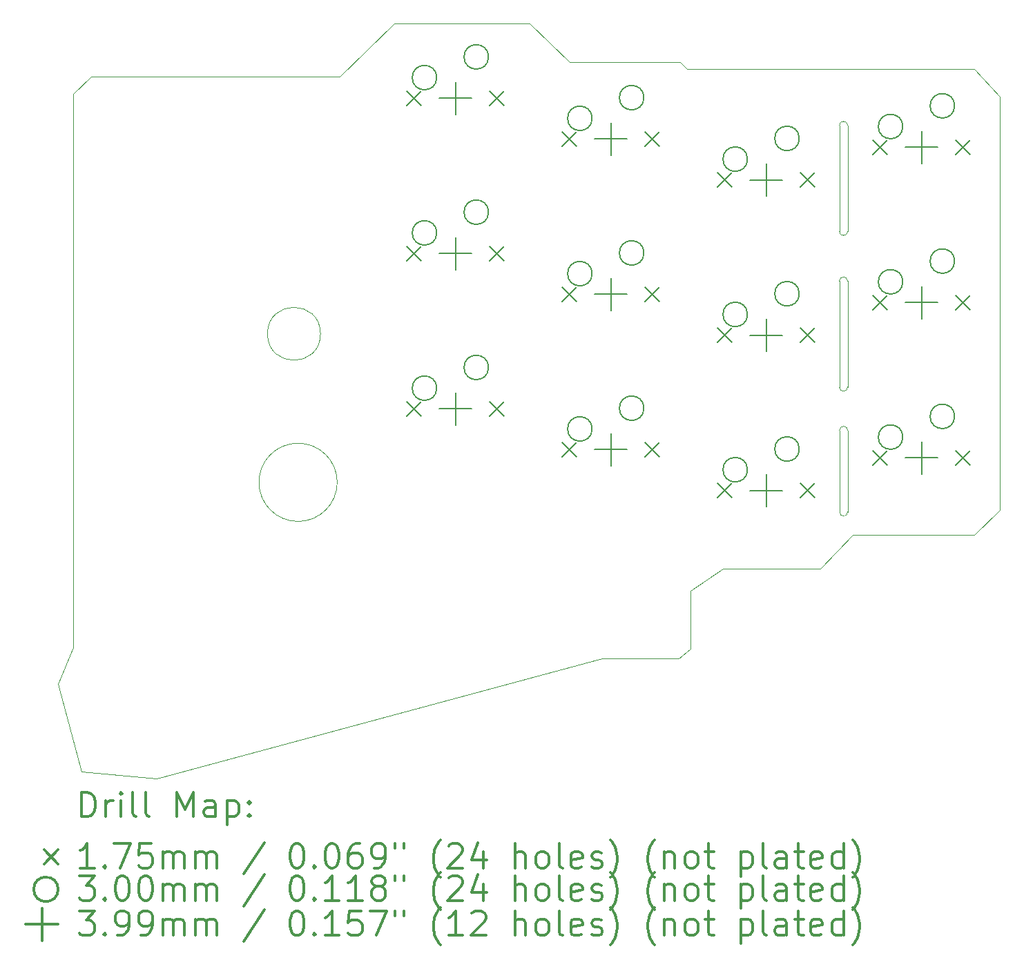
<source format=gbr>
%FSLAX45Y45*%
G04 Gerber Fmt 4.5, Leading zero omitted, Abs format (unit mm)*
G04 Created by KiCad (PCBNEW (5.1.4)-1) date 2023-06-17 18:30:55*
%MOMM*%
%LPD*%
G04 APERTURE LIST*
%ADD10C,0.050000*%
%ADD11C,0.200000*%
%ADD12C,0.300000*%
G04 APERTURE END LIST*
D10*
X18421203Y-51616032D02*
X15371203Y-51616032D01*
X15258251Y-60144663D02*
X14970438Y-59068483D01*
X15258251Y-60144663D02*
X16180391Y-60230918D01*
X15150249Y-58623435D02*
X14970438Y-59068483D01*
X24731202Y-57241032D02*
X24711202Y-57241032D01*
X26511202Y-56941032D02*
X26201202Y-57241032D01*
X15152190Y-51830639D02*
X15371203Y-51616032D01*
X24650000Y-55960000D02*
X24650000Y-56960000D01*
X22721202Y-57931032D02*
X23121202Y-57656032D01*
X22861202Y-51526032D02*
X22681202Y-51526032D01*
X22721202Y-58641032D02*
X22721202Y-57931032D01*
X24548000Y-52218000D02*
G75*
G02X24648000Y-52218000I50000J0D01*
G01*
X26201202Y-51526032D02*
X22861202Y-51526032D01*
X21661203Y-58761032D02*
X21641203Y-58761032D01*
X24548000Y-52218000D02*
X24548000Y-53520000D01*
X24548000Y-54128000D02*
X24548000Y-55430000D01*
X21641203Y-58761032D02*
X16180391Y-60230918D01*
X18390000Y-56597000D02*
G75*
G03X18390000Y-56597000I-480000J0D01*
G01*
X24316202Y-57656032D02*
X23121202Y-57656032D01*
X22596202Y-51441032D02*
X22681202Y-51526032D01*
X24911202Y-57241032D02*
X26201202Y-57241032D01*
X24648000Y-53520000D02*
G75*
G02X24548000Y-53520000I-50000J0D01*
G01*
X24648000Y-54128000D02*
X24648000Y-55430000D01*
X24550000Y-55960000D02*
X24550000Y-56960000D01*
X26511202Y-51866032D02*
X26511202Y-56941032D01*
X24550000Y-55960000D02*
G75*
G02X24650000Y-55960000I50000J0D01*
G01*
X18185000Y-54775000D02*
G75*
G03X18185000Y-54775000I-325000J0D01*
G01*
X19091203Y-50966032D02*
X18421203Y-51616032D01*
X26201202Y-51526032D02*
X26511202Y-51866032D01*
X24648000Y-52218000D02*
X24648000Y-53520000D01*
X24731202Y-57241032D02*
X24911202Y-57241032D01*
X24650000Y-56960000D02*
G75*
G02X24550000Y-56960000I-50000J0D01*
G01*
X24648000Y-55430000D02*
G75*
G02X24548000Y-55430000I-50000J0D01*
G01*
X15150249Y-58623435D02*
X15152190Y-51830639D01*
X19091203Y-50966032D02*
X20746203Y-50966032D01*
X21661203Y-58761032D02*
X22581202Y-58761032D01*
X24316202Y-57656032D02*
X24711202Y-57241032D01*
X22721202Y-58641032D02*
X22581202Y-58761032D01*
X21241203Y-51441032D02*
X22596202Y-51441032D01*
X21241203Y-51441032D02*
X20746203Y-50966032D01*
X24548000Y-54128000D02*
G75*
G02X24648000Y-54128000I50000J0D01*
G01*
D11*
X21150703Y-56108532D02*
X21325703Y-56283532D01*
X21325703Y-56108532D02*
X21150703Y-56283532D01*
X22166703Y-56108532D02*
X22341703Y-56283532D01*
X22341703Y-56108532D02*
X22166703Y-56283532D01*
X19245703Y-55608532D02*
X19420703Y-55783532D01*
X19420703Y-55608532D02*
X19245703Y-55783532D01*
X20261703Y-55608532D02*
X20436703Y-55783532D01*
X20436703Y-55608532D02*
X20261703Y-55783532D01*
X23055702Y-52798532D02*
X23230702Y-52973532D01*
X23230702Y-52798532D02*
X23055702Y-52973532D01*
X24071702Y-52798532D02*
X24246702Y-52973532D01*
X24246702Y-52798532D02*
X24071702Y-52973532D01*
X19245703Y-51798532D02*
X19420703Y-51973532D01*
X19420703Y-51798532D02*
X19245703Y-51973532D01*
X20261703Y-51798532D02*
X20436703Y-51973532D01*
X20436703Y-51798532D02*
X20261703Y-51973532D01*
X23055702Y-56608532D02*
X23230702Y-56783532D01*
X23230702Y-56608532D02*
X23055702Y-56783532D01*
X24071702Y-56608532D02*
X24246702Y-56783532D01*
X24246702Y-56608532D02*
X24071702Y-56783532D01*
X21150703Y-54203532D02*
X21325703Y-54378532D01*
X21325703Y-54203532D02*
X21150703Y-54378532D01*
X22166703Y-54203532D02*
X22341703Y-54378532D01*
X22341703Y-54203532D02*
X22166703Y-54378532D01*
X24960702Y-56208532D02*
X25135702Y-56383532D01*
X25135702Y-56208532D02*
X24960702Y-56383532D01*
X25976702Y-56208532D02*
X26151702Y-56383532D01*
X26151702Y-56208532D02*
X25976702Y-56383532D01*
X21150703Y-52298532D02*
X21325703Y-52473532D01*
X21325703Y-52298532D02*
X21150703Y-52473532D01*
X22166703Y-52298532D02*
X22341703Y-52473532D01*
X22341703Y-52298532D02*
X22166703Y-52473532D01*
X24960702Y-52398532D02*
X25135702Y-52573532D01*
X25135702Y-52398532D02*
X24960702Y-52573532D01*
X25976702Y-52398532D02*
X26151702Y-52573532D01*
X26151702Y-52398532D02*
X25976702Y-52573532D01*
X19245703Y-53703532D02*
X19420703Y-53878532D01*
X19420703Y-53703532D02*
X19245703Y-53878532D01*
X20261703Y-53703532D02*
X20436703Y-53878532D01*
X20436703Y-53703532D02*
X20261703Y-53878532D01*
X23055703Y-54703532D02*
X23230703Y-54878532D01*
X23230703Y-54703532D02*
X23055703Y-54878532D01*
X24071703Y-54703532D02*
X24246703Y-54878532D01*
X24246703Y-54703532D02*
X24071703Y-54878532D01*
X24960702Y-54303532D02*
X25135702Y-54478532D01*
X25135702Y-54303532D02*
X24960702Y-54478532D01*
X25976702Y-54303532D02*
X26151702Y-54478532D01*
X26151702Y-54303532D02*
X25976702Y-54478532D01*
X19610203Y-51632032D02*
G75*
G03X19610203Y-51632032I-150000J0D01*
G01*
X20245203Y-51378032D02*
G75*
G03X20245203Y-51378032I-150000J0D01*
G01*
X23420202Y-56442032D02*
G75*
G03X23420202Y-56442032I-150000J0D01*
G01*
X24055202Y-56188032D02*
G75*
G03X24055202Y-56188032I-150000J0D01*
G01*
X21515203Y-54037032D02*
G75*
G03X21515203Y-54037032I-150000J0D01*
G01*
X22150203Y-53783032D02*
G75*
G03X22150203Y-53783032I-150000J0D01*
G01*
X25325202Y-56042032D02*
G75*
G03X25325202Y-56042032I-150000J0D01*
G01*
X25960202Y-55788032D02*
G75*
G03X25960202Y-55788032I-150000J0D01*
G01*
X21515203Y-52132032D02*
G75*
G03X21515203Y-52132032I-150000J0D01*
G01*
X22150203Y-51878032D02*
G75*
G03X22150203Y-51878032I-150000J0D01*
G01*
X25325202Y-52232032D02*
G75*
G03X25325202Y-52232032I-150000J0D01*
G01*
X25960202Y-51978032D02*
G75*
G03X25960202Y-51978032I-150000J0D01*
G01*
X19610203Y-53537032D02*
G75*
G03X19610203Y-53537032I-150000J0D01*
G01*
X20245203Y-53283032D02*
G75*
G03X20245203Y-53283032I-150000J0D01*
G01*
X23420203Y-54537032D02*
G75*
G03X23420203Y-54537032I-150000J0D01*
G01*
X24055203Y-54283032D02*
G75*
G03X24055203Y-54283032I-150000J0D01*
G01*
X25325202Y-54137032D02*
G75*
G03X25325202Y-54137032I-150000J0D01*
G01*
X25960202Y-53883032D02*
G75*
G03X25960202Y-53883032I-150000J0D01*
G01*
X21515203Y-55942032D02*
G75*
G03X21515203Y-55942032I-150000J0D01*
G01*
X22150203Y-55688032D02*
G75*
G03X22150203Y-55688032I-150000J0D01*
G01*
X19610203Y-55442032D02*
G75*
G03X19610203Y-55442032I-150000J0D01*
G01*
X20245203Y-55188032D02*
G75*
G03X20245203Y-55188032I-150000J0D01*
G01*
X23420202Y-52632032D02*
G75*
G03X23420202Y-52632032I-150000J0D01*
G01*
X24055202Y-52378032D02*
G75*
G03X24055202Y-52378032I-150000J0D01*
G01*
X21746203Y-54091642D02*
X21746203Y-54490422D01*
X21546813Y-54291032D02*
X21945593Y-54291032D01*
X25556202Y-56096642D02*
X25556202Y-56495422D01*
X25356812Y-56296032D02*
X25755592Y-56296032D01*
X19841203Y-53591642D02*
X19841203Y-53990422D01*
X19641813Y-53791032D02*
X20040593Y-53791032D01*
X23651203Y-54591642D02*
X23651203Y-54990422D01*
X23451813Y-54791032D02*
X23850593Y-54791032D01*
X25556202Y-54191642D02*
X25556202Y-54590422D01*
X25356812Y-54391032D02*
X25755592Y-54391032D01*
X21746203Y-55996642D02*
X21746203Y-56395422D01*
X21546813Y-56196032D02*
X21945593Y-56196032D01*
X19841203Y-55496642D02*
X19841203Y-55895422D01*
X19641813Y-55696032D02*
X20040593Y-55696032D01*
X23651202Y-52686642D02*
X23651202Y-53085422D01*
X23451812Y-52886032D02*
X23850592Y-52886032D01*
X19841203Y-51686642D02*
X19841203Y-52085422D01*
X19641813Y-51886032D02*
X20040593Y-51886032D01*
X23651202Y-56496642D02*
X23651202Y-56895422D01*
X23451812Y-56696032D02*
X23850592Y-56696032D01*
X21746203Y-52186642D02*
X21746203Y-52585422D01*
X21546813Y-52386032D02*
X21945593Y-52386032D01*
X25556202Y-52286642D02*
X25556202Y-52685422D01*
X25356812Y-52486032D02*
X25755592Y-52486032D01*
D12*
X15254366Y-60699133D02*
X15254366Y-60399133D01*
X15325795Y-60399133D01*
X15368652Y-60413419D01*
X15397223Y-60441990D01*
X15411509Y-60470561D01*
X15425795Y-60527704D01*
X15425795Y-60570561D01*
X15411509Y-60627704D01*
X15397223Y-60656276D01*
X15368652Y-60684847D01*
X15325795Y-60699133D01*
X15254366Y-60699133D01*
X15554366Y-60699133D02*
X15554366Y-60499133D01*
X15554366Y-60556276D02*
X15568652Y-60527704D01*
X15582938Y-60513419D01*
X15611509Y-60499133D01*
X15640080Y-60499133D01*
X15740080Y-60699133D02*
X15740080Y-60499133D01*
X15740080Y-60399133D02*
X15725795Y-60413419D01*
X15740080Y-60427704D01*
X15754366Y-60413419D01*
X15740080Y-60399133D01*
X15740080Y-60427704D01*
X15925795Y-60699133D02*
X15897223Y-60684847D01*
X15882938Y-60656276D01*
X15882938Y-60399133D01*
X16082938Y-60699133D02*
X16054366Y-60684847D01*
X16040080Y-60656276D01*
X16040080Y-60399133D01*
X16425795Y-60699133D02*
X16425795Y-60399133D01*
X16525795Y-60613419D01*
X16625795Y-60399133D01*
X16625795Y-60699133D01*
X16897223Y-60699133D02*
X16897223Y-60541990D01*
X16882938Y-60513419D01*
X16854366Y-60499133D01*
X16797223Y-60499133D01*
X16768652Y-60513419D01*
X16897223Y-60684847D02*
X16868652Y-60699133D01*
X16797223Y-60699133D01*
X16768652Y-60684847D01*
X16754366Y-60656276D01*
X16754366Y-60627704D01*
X16768652Y-60599133D01*
X16797223Y-60584847D01*
X16868652Y-60584847D01*
X16897223Y-60570561D01*
X17040081Y-60499133D02*
X17040081Y-60799133D01*
X17040081Y-60513419D02*
X17068652Y-60499133D01*
X17125795Y-60499133D01*
X17154366Y-60513419D01*
X17168652Y-60527704D01*
X17182938Y-60556276D01*
X17182938Y-60641990D01*
X17168652Y-60670561D01*
X17154366Y-60684847D01*
X17125795Y-60699133D01*
X17068652Y-60699133D01*
X17040081Y-60684847D01*
X17311509Y-60670561D02*
X17325795Y-60684847D01*
X17311509Y-60699133D01*
X17297223Y-60684847D01*
X17311509Y-60670561D01*
X17311509Y-60699133D01*
X17311509Y-60513419D02*
X17325795Y-60527704D01*
X17311509Y-60541990D01*
X17297223Y-60527704D01*
X17311509Y-60513419D01*
X17311509Y-60541990D01*
X14792938Y-61105919D02*
X14967938Y-61280919D01*
X14967938Y-61105919D02*
X14792938Y-61280919D01*
X15411509Y-61329133D02*
X15240080Y-61329133D01*
X15325795Y-61329133D02*
X15325795Y-61029133D01*
X15297223Y-61071990D01*
X15268652Y-61100561D01*
X15240080Y-61114847D01*
X15540080Y-61300561D02*
X15554366Y-61314847D01*
X15540080Y-61329133D01*
X15525795Y-61314847D01*
X15540080Y-61300561D01*
X15540080Y-61329133D01*
X15654366Y-61029133D02*
X15854366Y-61029133D01*
X15725795Y-61329133D01*
X16111509Y-61029133D02*
X15968652Y-61029133D01*
X15954366Y-61171990D01*
X15968652Y-61157704D01*
X15997223Y-61143419D01*
X16068652Y-61143419D01*
X16097223Y-61157704D01*
X16111509Y-61171990D01*
X16125795Y-61200561D01*
X16125795Y-61271990D01*
X16111509Y-61300561D01*
X16097223Y-61314847D01*
X16068652Y-61329133D01*
X15997223Y-61329133D01*
X15968652Y-61314847D01*
X15954366Y-61300561D01*
X16254366Y-61329133D02*
X16254366Y-61129133D01*
X16254366Y-61157704D02*
X16268652Y-61143419D01*
X16297223Y-61129133D01*
X16340080Y-61129133D01*
X16368652Y-61143419D01*
X16382938Y-61171990D01*
X16382938Y-61329133D01*
X16382938Y-61171990D02*
X16397223Y-61143419D01*
X16425795Y-61129133D01*
X16468652Y-61129133D01*
X16497223Y-61143419D01*
X16511509Y-61171990D01*
X16511509Y-61329133D01*
X16654366Y-61329133D02*
X16654366Y-61129133D01*
X16654366Y-61157704D02*
X16668652Y-61143419D01*
X16697223Y-61129133D01*
X16740080Y-61129133D01*
X16768652Y-61143419D01*
X16782938Y-61171990D01*
X16782938Y-61329133D01*
X16782938Y-61171990D02*
X16797223Y-61143419D01*
X16825795Y-61129133D01*
X16868652Y-61129133D01*
X16897223Y-61143419D01*
X16911509Y-61171990D01*
X16911509Y-61329133D01*
X17497223Y-61014847D02*
X17240081Y-61400561D01*
X17882938Y-61029133D02*
X17911509Y-61029133D01*
X17940081Y-61043419D01*
X17954366Y-61057704D01*
X17968652Y-61086276D01*
X17982938Y-61143419D01*
X17982938Y-61214847D01*
X17968652Y-61271990D01*
X17954366Y-61300561D01*
X17940081Y-61314847D01*
X17911509Y-61329133D01*
X17882938Y-61329133D01*
X17854366Y-61314847D01*
X17840081Y-61300561D01*
X17825795Y-61271990D01*
X17811509Y-61214847D01*
X17811509Y-61143419D01*
X17825795Y-61086276D01*
X17840081Y-61057704D01*
X17854366Y-61043419D01*
X17882938Y-61029133D01*
X18111509Y-61300561D02*
X18125795Y-61314847D01*
X18111509Y-61329133D01*
X18097223Y-61314847D01*
X18111509Y-61300561D01*
X18111509Y-61329133D01*
X18311509Y-61029133D02*
X18340081Y-61029133D01*
X18368652Y-61043419D01*
X18382938Y-61057704D01*
X18397223Y-61086276D01*
X18411509Y-61143419D01*
X18411509Y-61214847D01*
X18397223Y-61271990D01*
X18382938Y-61300561D01*
X18368652Y-61314847D01*
X18340081Y-61329133D01*
X18311509Y-61329133D01*
X18282938Y-61314847D01*
X18268652Y-61300561D01*
X18254366Y-61271990D01*
X18240081Y-61214847D01*
X18240081Y-61143419D01*
X18254366Y-61086276D01*
X18268652Y-61057704D01*
X18282938Y-61043419D01*
X18311509Y-61029133D01*
X18668652Y-61029133D02*
X18611509Y-61029133D01*
X18582938Y-61043419D01*
X18568652Y-61057704D01*
X18540081Y-61100561D01*
X18525795Y-61157704D01*
X18525795Y-61271990D01*
X18540081Y-61300561D01*
X18554366Y-61314847D01*
X18582938Y-61329133D01*
X18640081Y-61329133D01*
X18668652Y-61314847D01*
X18682938Y-61300561D01*
X18697223Y-61271990D01*
X18697223Y-61200561D01*
X18682938Y-61171990D01*
X18668652Y-61157704D01*
X18640081Y-61143419D01*
X18582938Y-61143419D01*
X18554366Y-61157704D01*
X18540081Y-61171990D01*
X18525795Y-61200561D01*
X18840081Y-61329133D02*
X18897223Y-61329133D01*
X18925795Y-61314847D01*
X18940081Y-61300561D01*
X18968652Y-61257704D01*
X18982938Y-61200561D01*
X18982938Y-61086276D01*
X18968652Y-61057704D01*
X18954366Y-61043419D01*
X18925795Y-61029133D01*
X18868652Y-61029133D01*
X18840081Y-61043419D01*
X18825795Y-61057704D01*
X18811509Y-61086276D01*
X18811509Y-61157704D01*
X18825795Y-61186276D01*
X18840081Y-61200561D01*
X18868652Y-61214847D01*
X18925795Y-61214847D01*
X18954366Y-61200561D01*
X18968652Y-61186276D01*
X18982938Y-61157704D01*
X19097223Y-61029133D02*
X19097223Y-61086276D01*
X19211509Y-61029133D02*
X19211509Y-61086276D01*
X19654366Y-61443419D02*
X19640081Y-61429133D01*
X19611509Y-61386276D01*
X19597223Y-61357704D01*
X19582938Y-61314847D01*
X19568652Y-61243419D01*
X19568652Y-61186276D01*
X19582938Y-61114847D01*
X19597223Y-61071990D01*
X19611509Y-61043419D01*
X19640081Y-61000561D01*
X19654366Y-60986276D01*
X19754366Y-61057704D02*
X19768652Y-61043419D01*
X19797223Y-61029133D01*
X19868652Y-61029133D01*
X19897223Y-61043419D01*
X19911509Y-61057704D01*
X19925795Y-61086276D01*
X19925795Y-61114847D01*
X19911509Y-61157704D01*
X19740081Y-61329133D01*
X19925795Y-61329133D01*
X20182938Y-61129133D02*
X20182938Y-61329133D01*
X20111509Y-61014847D02*
X20040081Y-61229133D01*
X20225795Y-61229133D01*
X20568652Y-61329133D02*
X20568652Y-61029133D01*
X20697223Y-61329133D02*
X20697223Y-61171990D01*
X20682938Y-61143419D01*
X20654366Y-61129133D01*
X20611509Y-61129133D01*
X20582938Y-61143419D01*
X20568652Y-61157704D01*
X20882938Y-61329133D02*
X20854366Y-61314847D01*
X20840081Y-61300561D01*
X20825795Y-61271990D01*
X20825795Y-61186276D01*
X20840081Y-61157704D01*
X20854366Y-61143419D01*
X20882938Y-61129133D01*
X20925795Y-61129133D01*
X20954366Y-61143419D01*
X20968652Y-61157704D01*
X20982938Y-61186276D01*
X20982938Y-61271990D01*
X20968652Y-61300561D01*
X20954366Y-61314847D01*
X20925795Y-61329133D01*
X20882938Y-61329133D01*
X21154366Y-61329133D02*
X21125795Y-61314847D01*
X21111509Y-61286276D01*
X21111509Y-61029133D01*
X21382938Y-61314847D02*
X21354366Y-61329133D01*
X21297223Y-61329133D01*
X21268652Y-61314847D01*
X21254366Y-61286276D01*
X21254366Y-61171990D01*
X21268652Y-61143419D01*
X21297223Y-61129133D01*
X21354366Y-61129133D01*
X21382938Y-61143419D01*
X21397223Y-61171990D01*
X21397223Y-61200561D01*
X21254366Y-61229133D01*
X21511509Y-61314847D02*
X21540081Y-61329133D01*
X21597223Y-61329133D01*
X21625795Y-61314847D01*
X21640081Y-61286276D01*
X21640081Y-61271990D01*
X21625795Y-61243419D01*
X21597223Y-61229133D01*
X21554366Y-61229133D01*
X21525795Y-61214847D01*
X21511509Y-61186276D01*
X21511509Y-61171990D01*
X21525795Y-61143419D01*
X21554366Y-61129133D01*
X21597223Y-61129133D01*
X21625795Y-61143419D01*
X21740081Y-61443419D02*
X21754366Y-61429133D01*
X21782938Y-61386276D01*
X21797223Y-61357704D01*
X21811509Y-61314847D01*
X21825795Y-61243419D01*
X21825795Y-61186276D01*
X21811509Y-61114847D01*
X21797223Y-61071990D01*
X21782938Y-61043419D01*
X21754366Y-61000561D01*
X21740081Y-60986276D01*
X22282938Y-61443419D02*
X22268652Y-61429133D01*
X22240081Y-61386276D01*
X22225795Y-61357704D01*
X22211509Y-61314847D01*
X22197223Y-61243419D01*
X22197223Y-61186276D01*
X22211509Y-61114847D01*
X22225795Y-61071990D01*
X22240081Y-61043419D01*
X22268652Y-61000561D01*
X22282938Y-60986276D01*
X22397223Y-61129133D02*
X22397223Y-61329133D01*
X22397223Y-61157704D02*
X22411509Y-61143419D01*
X22440080Y-61129133D01*
X22482938Y-61129133D01*
X22511509Y-61143419D01*
X22525795Y-61171990D01*
X22525795Y-61329133D01*
X22711509Y-61329133D02*
X22682938Y-61314847D01*
X22668652Y-61300561D01*
X22654366Y-61271990D01*
X22654366Y-61186276D01*
X22668652Y-61157704D01*
X22682938Y-61143419D01*
X22711509Y-61129133D01*
X22754366Y-61129133D01*
X22782938Y-61143419D01*
X22797223Y-61157704D01*
X22811509Y-61186276D01*
X22811509Y-61271990D01*
X22797223Y-61300561D01*
X22782938Y-61314847D01*
X22754366Y-61329133D01*
X22711509Y-61329133D01*
X22897223Y-61129133D02*
X23011509Y-61129133D01*
X22940080Y-61029133D02*
X22940080Y-61286276D01*
X22954366Y-61314847D01*
X22982938Y-61329133D01*
X23011509Y-61329133D01*
X23340080Y-61129133D02*
X23340080Y-61429133D01*
X23340080Y-61143419D02*
X23368652Y-61129133D01*
X23425795Y-61129133D01*
X23454366Y-61143419D01*
X23468652Y-61157704D01*
X23482938Y-61186276D01*
X23482938Y-61271990D01*
X23468652Y-61300561D01*
X23454366Y-61314847D01*
X23425795Y-61329133D01*
X23368652Y-61329133D01*
X23340080Y-61314847D01*
X23654366Y-61329133D02*
X23625795Y-61314847D01*
X23611509Y-61286276D01*
X23611509Y-61029133D01*
X23897223Y-61329133D02*
X23897223Y-61171990D01*
X23882938Y-61143419D01*
X23854366Y-61129133D01*
X23797223Y-61129133D01*
X23768652Y-61143419D01*
X23897223Y-61314847D02*
X23868652Y-61329133D01*
X23797223Y-61329133D01*
X23768652Y-61314847D01*
X23754366Y-61286276D01*
X23754366Y-61257704D01*
X23768652Y-61229133D01*
X23797223Y-61214847D01*
X23868652Y-61214847D01*
X23897223Y-61200561D01*
X23997223Y-61129133D02*
X24111509Y-61129133D01*
X24040080Y-61029133D02*
X24040080Y-61286276D01*
X24054366Y-61314847D01*
X24082938Y-61329133D01*
X24111509Y-61329133D01*
X24325795Y-61314847D02*
X24297223Y-61329133D01*
X24240080Y-61329133D01*
X24211509Y-61314847D01*
X24197223Y-61286276D01*
X24197223Y-61171990D01*
X24211509Y-61143419D01*
X24240080Y-61129133D01*
X24297223Y-61129133D01*
X24325795Y-61143419D01*
X24340080Y-61171990D01*
X24340080Y-61200561D01*
X24197223Y-61229133D01*
X24597223Y-61329133D02*
X24597223Y-61029133D01*
X24597223Y-61314847D02*
X24568652Y-61329133D01*
X24511509Y-61329133D01*
X24482938Y-61314847D01*
X24468652Y-61300561D01*
X24454366Y-61271990D01*
X24454366Y-61186276D01*
X24468652Y-61157704D01*
X24482938Y-61143419D01*
X24511509Y-61129133D01*
X24568652Y-61129133D01*
X24597223Y-61143419D01*
X24711509Y-61443419D02*
X24725795Y-61429133D01*
X24754366Y-61386276D01*
X24768652Y-61357704D01*
X24782938Y-61314847D01*
X24797223Y-61243419D01*
X24797223Y-61186276D01*
X24782938Y-61114847D01*
X24768652Y-61071990D01*
X24754366Y-61043419D01*
X24725795Y-61000561D01*
X24711509Y-60986276D01*
X14967938Y-61589419D02*
G75*
G03X14967938Y-61589419I-150000J0D01*
G01*
X15225795Y-61425133D02*
X15411509Y-61425133D01*
X15311509Y-61539419D01*
X15354366Y-61539419D01*
X15382938Y-61553704D01*
X15397223Y-61567990D01*
X15411509Y-61596561D01*
X15411509Y-61667990D01*
X15397223Y-61696561D01*
X15382938Y-61710847D01*
X15354366Y-61725133D01*
X15268652Y-61725133D01*
X15240080Y-61710847D01*
X15225795Y-61696561D01*
X15540080Y-61696561D02*
X15554366Y-61710847D01*
X15540080Y-61725133D01*
X15525795Y-61710847D01*
X15540080Y-61696561D01*
X15540080Y-61725133D01*
X15740080Y-61425133D02*
X15768652Y-61425133D01*
X15797223Y-61439419D01*
X15811509Y-61453704D01*
X15825795Y-61482276D01*
X15840080Y-61539419D01*
X15840080Y-61610847D01*
X15825795Y-61667990D01*
X15811509Y-61696561D01*
X15797223Y-61710847D01*
X15768652Y-61725133D01*
X15740080Y-61725133D01*
X15711509Y-61710847D01*
X15697223Y-61696561D01*
X15682938Y-61667990D01*
X15668652Y-61610847D01*
X15668652Y-61539419D01*
X15682938Y-61482276D01*
X15697223Y-61453704D01*
X15711509Y-61439419D01*
X15740080Y-61425133D01*
X16025795Y-61425133D02*
X16054366Y-61425133D01*
X16082938Y-61439419D01*
X16097223Y-61453704D01*
X16111509Y-61482276D01*
X16125795Y-61539419D01*
X16125795Y-61610847D01*
X16111509Y-61667990D01*
X16097223Y-61696561D01*
X16082938Y-61710847D01*
X16054366Y-61725133D01*
X16025795Y-61725133D01*
X15997223Y-61710847D01*
X15982938Y-61696561D01*
X15968652Y-61667990D01*
X15954366Y-61610847D01*
X15954366Y-61539419D01*
X15968652Y-61482276D01*
X15982938Y-61453704D01*
X15997223Y-61439419D01*
X16025795Y-61425133D01*
X16254366Y-61725133D02*
X16254366Y-61525133D01*
X16254366Y-61553704D02*
X16268652Y-61539419D01*
X16297223Y-61525133D01*
X16340080Y-61525133D01*
X16368652Y-61539419D01*
X16382938Y-61567990D01*
X16382938Y-61725133D01*
X16382938Y-61567990D02*
X16397223Y-61539419D01*
X16425795Y-61525133D01*
X16468652Y-61525133D01*
X16497223Y-61539419D01*
X16511509Y-61567990D01*
X16511509Y-61725133D01*
X16654366Y-61725133D02*
X16654366Y-61525133D01*
X16654366Y-61553704D02*
X16668652Y-61539419D01*
X16697223Y-61525133D01*
X16740080Y-61525133D01*
X16768652Y-61539419D01*
X16782938Y-61567990D01*
X16782938Y-61725133D01*
X16782938Y-61567990D02*
X16797223Y-61539419D01*
X16825795Y-61525133D01*
X16868652Y-61525133D01*
X16897223Y-61539419D01*
X16911509Y-61567990D01*
X16911509Y-61725133D01*
X17497223Y-61410847D02*
X17240081Y-61796561D01*
X17882938Y-61425133D02*
X17911509Y-61425133D01*
X17940081Y-61439419D01*
X17954366Y-61453704D01*
X17968652Y-61482276D01*
X17982938Y-61539419D01*
X17982938Y-61610847D01*
X17968652Y-61667990D01*
X17954366Y-61696561D01*
X17940081Y-61710847D01*
X17911509Y-61725133D01*
X17882938Y-61725133D01*
X17854366Y-61710847D01*
X17840081Y-61696561D01*
X17825795Y-61667990D01*
X17811509Y-61610847D01*
X17811509Y-61539419D01*
X17825795Y-61482276D01*
X17840081Y-61453704D01*
X17854366Y-61439419D01*
X17882938Y-61425133D01*
X18111509Y-61696561D02*
X18125795Y-61710847D01*
X18111509Y-61725133D01*
X18097223Y-61710847D01*
X18111509Y-61696561D01*
X18111509Y-61725133D01*
X18411509Y-61725133D02*
X18240081Y-61725133D01*
X18325795Y-61725133D02*
X18325795Y-61425133D01*
X18297223Y-61467990D01*
X18268652Y-61496561D01*
X18240081Y-61510847D01*
X18697223Y-61725133D02*
X18525795Y-61725133D01*
X18611509Y-61725133D02*
X18611509Y-61425133D01*
X18582938Y-61467990D01*
X18554366Y-61496561D01*
X18525795Y-61510847D01*
X18868652Y-61553704D02*
X18840081Y-61539419D01*
X18825795Y-61525133D01*
X18811509Y-61496561D01*
X18811509Y-61482276D01*
X18825795Y-61453704D01*
X18840081Y-61439419D01*
X18868652Y-61425133D01*
X18925795Y-61425133D01*
X18954366Y-61439419D01*
X18968652Y-61453704D01*
X18982938Y-61482276D01*
X18982938Y-61496561D01*
X18968652Y-61525133D01*
X18954366Y-61539419D01*
X18925795Y-61553704D01*
X18868652Y-61553704D01*
X18840081Y-61567990D01*
X18825795Y-61582276D01*
X18811509Y-61610847D01*
X18811509Y-61667990D01*
X18825795Y-61696561D01*
X18840081Y-61710847D01*
X18868652Y-61725133D01*
X18925795Y-61725133D01*
X18954366Y-61710847D01*
X18968652Y-61696561D01*
X18982938Y-61667990D01*
X18982938Y-61610847D01*
X18968652Y-61582276D01*
X18954366Y-61567990D01*
X18925795Y-61553704D01*
X19097223Y-61425133D02*
X19097223Y-61482276D01*
X19211509Y-61425133D02*
X19211509Y-61482276D01*
X19654366Y-61839419D02*
X19640081Y-61825133D01*
X19611509Y-61782276D01*
X19597223Y-61753704D01*
X19582938Y-61710847D01*
X19568652Y-61639419D01*
X19568652Y-61582276D01*
X19582938Y-61510847D01*
X19597223Y-61467990D01*
X19611509Y-61439419D01*
X19640081Y-61396561D01*
X19654366Y-61382276D01*
X19754366Y-61453704D02*
X19768652Y-61439419D01*
X19797223Y-61425133D01*
X19868652Y-61425133D01*
X19897223Y-61439419D01*
X19911509Y-61453704D01*
X19925795Y-61482276D01*
X19925795Y-61510847D01*
X19911509Y-61553704D01*
X19740081Y-61725133D01*
X19925795Y-61725133D01*
X20182938Y-61525133D02*
X20182938Y-61725133D01*
X20111509Y-61410847D02*
X20040081Y-61625133D01*
X20225795Y-61625133D01*
X20568652Y-61725133D02*
X20568652Y-61425133D01*
X20697223Y-61725133D02*
X20697223Y-61567990D01*
X20682938Y-61539419D01*
X20654366Y-61525133D01*
X20611509Y-61525133D01*
X20582938Y-61539419D01*
X20568652Y-61553704D01*
X20882938Y-61725133D02*
X20854366Y-61710847D01*
X20840081Y-61696561D01*
X20825795Y-61667990D01*
X20825795Y-61582276D01*
X20840081Y-61553704D01*
X20854366Y-61539419D01*
X20882938Y-61525133D01*
X20925795Y-61525133D01*
X20954366Y-61539419D01*
X20968652Y-61553704D01*
X20982938Y-61582276D01*
X20982938Y-61667990D01*
X20968652Y-61696561D01*
X20954366Y-61710847D01*
X20925795Y-61725133D01*
X20882938Y-61725133D01*
X21154366Y-61725133D02*
X21125795Y-61710847D01*
X21111509Y-61682276D01*
X21111509Y-61425133D01*
X21382938Y-61710847D02*
X21354366Y-61725133D01*
X21297223Y-61725133D01*
X21268652Y-61710847D01*
X21254366Y-61682276D01*
X21254366Y-61567990D01*
X21268652Y-61539419D01*
X21297223Y-61525133D01*
X21354366Y-61525133D01*
X21382938Y-61539419D01*
X21397223Y-61567990D01*
X21397223Y-61596561D01*
X21254366Y-61625133D01*
X21511509Y-61710847D02*
X21540081Y-61725133D01*
X21597223Y-61725133D01*
X21625795Y-61710847D01*
X21640081Y-61682276D01*
X21640081Y-61667990D01*
X21625795Y-61639419D01*
X21597223Y-61625133D01*
X21554366Y-61625133D01*
X21525795Y-61610847D01*
X21511509Y-61582276D01*
X21511509Y-61567990D01*
X21525795Y-61539419D01*
X21554366Y-61525133D01*
X21597223Y-61525133D01*
X21625795Y-61539419D01*
X21740081Y-61839419D02*
X21754366Y-61825133D01*
X21782938Y-61782276D01*
X21797223Y-61753704D01*
X21811509Y-61710847D01*
X21825795Y-61639419D01*
X21825795Y-61582276D01*
X21811509Y-61510847D01*
X21797223Y-61467990D01*
X21782938Y-61439419D01*
X21754366Y-61396561D01*
X21740081Y-61382276D01*
X22282938Y-61839419D02*
X22268652Y-61825133D01*
X22240081Y-61782276D01*
X22225795Y-61753704D01*
X22211509Y-61710847D01*
X22197223Y-61639419D01*
X22197223Y-61582276D01*
X22211509Y-61510847D01*
X22225795Y-61467990D01*
X22240081Y-61439419D01*
X22268652Y-61396561D01*
X22282938Y-61382276D01*
X22397223Y-61525133D02*
X22397223Y-61725133D01*
X22397223Y-61553704D02*
X22411509Y-61539419D01*
X22440080Y-61525133D01*
X22482938Y-61525133D01*
X22511509Y-61539419D01*
X22525795Y-61567990D01*
X22525795Y-61725133D01*
X22711509Y-61725133D02*
X22682938Y-61710847D01*
X22668652Y-61696561D01*
X22654366Y-61667990D01*
X22654366Y-61582276D01*
X22668652Y-61553704D01*
X22682938Y-61539419D01*
X22711509Y-61525133D01*
X22754366Y-61525133D01*
X22782938Y-61539419D01*
X22797223Y-61553704D01*
X22811509Y-61582276D01*
X22811509Y-61667990D01*
X22797223Y-61696561D01*
X22782938Y-61710847D01*
X22754366Y-61725133D01*
X22711509Y-61725133D01*
X22897223Y-61525133D02*
X23011509Y-61525133D01*
X22940080Y-61425133D02*
X22940080Y-61682276D01*
X22954366Y-61710847D01*
X22982938Y-61725133D01*
X23011509Y-61725133D01*
X23340080Y-61525133D02*
X23340080Y-61825133D01*
X23340080Y-61539419D02*
X23368652Y-61525133D01*
X23425795Y-61525133D01*
X23454366Y-61539419D01*
X23468652Y-61553704D01*
X23482938Y-61582276D01*
X23482938Y-61667990D01*
X23468652Y-61696561D01*
X23454366Y-61710847D01*
X23425795Y-61725133D01*
X23368652Y-61725133D01*
X23340080Y-61710847D01*
X23654366Y-61725133D02*
X23625795Y-61710847D01*
X23611509Y-61682276D01*
X23611509Y-61425133D01*
X23897223Y-61725133D02*
X23897223Y-61567990D01*
X23882938Y-61539419D01*
X23854366Y-61525133D01*
X23797223Y-61525133D01*
X23768652Y-61539419D01*
X23897223Y-61710847D02*
X23868652Y-61725133D01*
X23797223Y-61725133D01*
X23768652Y-61710847D01*
X23754366Y-61682276D01*
X23754366Y-61653704D01*
X23768652Y-61625133D01*
X23797223Y-61610847D01*
X23868652Y-61610847D01*
X23897223Y-61596561D01*
X23997223Y-61525133D02*
X24111509Y-61525133D01*
X24040080Y-61425133D02*
X24040080Y-61682276D01*
X24054366Y-61710847D01*
X24082938Y-61725133D01*
X24111509Y-61725133D01*
X24325795Y-61710847D02*
X24297223Y-61725133D01*
X24240080Y-61725133D01*
X24211509Y-61710847D01*
X24197223Y-61682276D01*
X24197223Y-61567990D01*
X24211509Y-61539419D01*
X24240080Y-61525133D01*
X24297223Y-61525133D01*
X24325795Y-61539419D01*
X24340080Y-61567990D01*
X24340080Y-61596561D01*
X24197223Y-61625133D01*
X24597223Y-61725133D02*
X24597223Y-61425133D01*
X24597223Y-61710847D02*
X24568652Y-61725133D01*
X24511509Y-61725133D01*
X24482938Y-61710847D01*
X24468652Y-61696561D01*
X24454366Y-61667990D01*
X24454366Y-61582276D01*
X24468652Y-61553704D01*
X24482938Y-61539419D01*
X24511509Y-61525133D01*
X24568652Y-61525133D01*
X24597223Y-61539419D01*
X24711509Y-61839419D02*
X24725795Y-61825133D01*
X24754366Y-61782276D01*
X24768652Y-61753704D01*
X24782938Y-61710847D01*
X24797223Y-61639419D01*
X24797223Y-61582276D01*
X24782938Y-61510847D01*
X24768652Y-61467990D01*
X24754366Y-61439419D01*
X24725795Y-61396561D01*
X24711509Y-61382276D01*
X14768548Y-61820029D02*
X14768548Y-62218809D01*
X14569158Y-62019419D02*
X14967938Y-62019419D01*
X15225795Y-61855133D02*
X15411509Y-61855133D01*
X15311509Y-61969419D01*
X15354366Y-61969419D01*
X15382938Y-61983704D01*
X15397223Y-61997990D01*
X15411509Y-62026561D01*
X15411509Y-62097990D01*
X15397223Y-62126561D01*
X15382938Y-62140847D01*
X15354366Y-62155133D01*
X15268652Y-62155133D01*
X15240080Y-62140847D01*
X15225795Y-62126561D01*
X15540080Y-62126561D02*
X15554366Y-62140847D01*
X15540080Y-62155133D01*
X15525795Y-62140847D01*
X15540080Y-62126561D01*
X15540080Y-62155133D01*
X15697223Y-62155133D02*
X15754366Y-62155133D01*
X15782938Y-62140847D01*
X15797223Y-62126561D01*
X15825795Y-62083704D01*
X15840080Y-62026561D01*
X15840080Y-61912276D01*
X15825795Y-61883704D01*
X15811509Y-61869419D01*
X15782938Y-61855133D01*
X15725795Y-61855133D01*
X15697223Y-61869419D01*
X15682938Y-61883704D01*
X15668652Y-61912276D01*
X15668652Y-61983704D01*
X15682938Y-62012276D01*
X15697223Y-62026561D01*
X15725795Y-62040847D01*
X15782938Y-62040847D01*
X15811509Y-62026561D01*
X15825795Y-62012276D01*
X15840080Y-61983704D01*
X15982938Y-62155133D02*
X16040080Y-62155133D01*
X16068652Y-62140847D01*
X16082938Y-62126561D01*
X16111509Y-62083704D01*
X16125795Y-62026561D01*
X16125795Y-61912276D01*
X16111509Y-61883704D01*
X16097223Y-61869419D01*
X16068652Y-61855133D01*
X16011509Y-61855133D01*
X15982938Y-61869419D01*
X15968652Y-61883704D01*
X15954366Y-61912276D01*
X15954366Y-61983704D01*
X15968652Y-62012276D01*
X15982938Y-62026561D01*
X16011509Y-62040847D01*
X16068652Y-62040847D01*
X16097223Y-62026561D01*
X16111509Y-62012276D01*
X16125795Y-61983704D01*
X16254366Y-62155133D02*
X16254366Y-61955133D01*
X16254366Y-61983704D02*
X16268652Y-61969419D01*
X16297223Y-61955133D01*
X16340080Y-61955133D01*
X16368652Y-61969419D01*
X16382938Y-61997990D01*
X16382938Y-62155133D01*
X16382938Y-61997990D02*
X16397223Y-61969419D01*
X16425795Y-61955133D01*
X16468652Y-61955133D01*
X16497223Y-61969419D01*
X16511509Y-61997990D01*
X16511509Y-62155133D01*
X16654366Y-62155133D02*
X16654366Y-61955133D01*
X16654366Y-61983704D02*
X16668652Y-61969419D01*
X16697223Y-61955133D01*
X16740080Y-61955133D01*
X16768652Y-61969419D01*
X16782938Y-61997990D01*
X16782938Y-62155133D01*
X16782938Y-61997990D02*
X16797223Y-61969419D01*
X16825795Y-61955133D01*
X16868652Y-61955133D01*
X16897223Y-61969419D01*
X16911509Y-61997990D01*
X16911509Y-62155133D01*
X17497223Y-61840847D02*
X17240081Y-62226561D01*
X17882938Y-61855133D02*
X17911509Y-61855133D01*
X17940081Y-61869419D01*
X17954366Y-61883704D01*
X17968652Y-61912276D01*
X17982938Y-61969419D01*
X17982938Y-62040847D01*
X17968652Y-62097990D01*
X17954366Y-62126561D01*
X17940081Y-62140847D01*
X17911509Y-62155133D01*
X17882938Y-62155133D01*
X17854366Y-62140847D01*
X17840081Y-62126561D01*
X17825795Y-62097990D01*
X17811509Y-62040847D01*
X17811509Y-61969419D01*
X17825795Y-61912276D01*
X17840081Y-61883704D01*
X17854366Y-61869419D01*
X17882938Y-61855133D01*
X18111509Y-62126561D02*
X18125795Y-62140847D01*
X18111509Y-62155133D01*
X18097223Y-62140847D01*
X18111509Y-62126561D01*
X18111509Y-62155133D01*
X18411509Y-62155133D02*
X18240081Y-62155133D01*
X18325795Y-62155133D02*
X18325795Y-61855133D01*
X18297223Y-61897990D01*
X18268652Y-61926561D01*
X18240081Y-61940847D01*
X18682938Y-61855133D02*
X18540081Y-61855133D01*
X18525795Y-61997990D01*
X18540081Y-61983704D01*
X18568652Y-61969419D01*
X18640081Y-61969419D01*
X18668652Y-61983704D01*
X18682938Y-61997990D01*
X18697223Y-62026561D01*
X18697223Y-62097990D01*
X18682938Y-62126561D01*
X18668652Y-62140847D01*
X18640081Y-62155133D01*
X18568652Y-62155133D01*
X18540081Y-62140847D01*
X18525795Y-62126561D01*
X18797223Y-61855133D02*
X18997223Y-61855133D01*
X18868652Y-62155133D01*
X19097223Y-61855133D02*
X19097223Y-61912276D01*
X19211509Y-61855133D02*
X19211509Y-61912276D01*
X19654366Y-62269419D02*
X19640081Y-62255133D01*
X19611509Y-62212276D01*
X19597223Y-62183704D01*
X19582938Y-62140847D01*
X19568652Y-62069419D01*
X19568652Y-62012276D01*
X19582938Y-61940847D01*
X19597223Y-61897990D01*
X19611509Y-61869419D01*
X19640081Y-61826561D01*
X19654366Y-61812276D01*
X19925795Y-62155133D02*
X19754366Y-62155133D01*
X19840081Y-62155133D02*
X19840081Y-61855133D01*
X19811509Y-61897990D01*
X19782938Y-61926561D01*
X19754366Y-61940847D01*
X20040081Y-61883704D02*
X20054366Y-61869419D01*
X20082938Y-61855133D01*
X20154366Y-61855133D01*
X20182938Y-61869419D01*
X20197223Y-61883704D01*
X20211509Y-61912276D01*
X20211509Y-61940847D01*
X20197223Y-61983704D01*
X20025795Y-62155133D01*
X20211509Y-62155133D01*
X20568652Y-62155133D02*
X20568652Y-61855133D01*
X20697223Y-62155133D02*
X20697223Y-61997990D01*
X20682938Y-61969419D01*
X20654366Y-61955133D01*
X20611509Y-61955133D01*
X20582938Y-61969419D01*
X20568652Y-61983704D01*
X20882938Y-62155133D02*
X20854366Y-62140847D01*
X20840081Y-62126561D01*
X20825795Y-62097990D01*
X20825795Y-62012276D01*
X20840081Y-61983704D01*
X20854366Y-61969419D01*
X20882938Y-61955133D01*
X20925795Y-61955133D01*
X20954366Y-61969419D01*
X20968652Y-61983704D01*
X20982938Y-62012276D01*
X20982938Y-62097990D01*
X20968652Y-62126561D01*
X20954366Y-62140847D01*
X20925795Y-62155133D01*
X20882938Y-62155133D01*
X21154366Y-62155133D02*
X21125795Y-62140847D01*
X21111509Y-62112276D01*
X21111509Y-61855133D01*
X21382938Y-62140847D02*
X21354366Y-62155133D01*
X21297223Y-62155133D01*
X21268652Y-62140847D01*
X21254366Y-62112276D01*
X21254366Y-61997990D01*
X21268652Y-61969419D01*
X21297223Y-61955133D01*
X21354366Y-61955133D01*
X21382938Y-61969419D01*
X21397223Y-61997990D01*
X21397223Y-62026561D01*
X21254366Y-62055133D01*
X21511509Y-62140847D02*
X21540081Y-62155133D01*
X21597223Y-62155133D01*
X21625795Y-62140847D01*
X21640081Y-62112276D01*
X21640081Y-62097990D01*
X21625795Y-62069419D01*
X21597223Y-62055133D01*
X21554366Y-62055133D01*
X21525795Y-62040847D01*
X21511509Y-62012276D01*
X21511509Y-61997990D01*
X21525795Y-61969419D01*
X21554366Y-61955133D01*
X21597223Y-61955133D01*
X21625795Y-61969419D01*
X21740081Y-62269419D02*
X21754366Y-62255133D01*
X21782938Y-62212276D01*
X21797223Y-62183704D01*
X21811509Y-62140847D01*
X21825795Y-62069419D01*
X21825795Y-62012276D01*
X21811509Y-61940847D01*
X21797223Y-61897990D01*
X21782938Y-61869419D01*
X21754366Y-61826561D01*
X21740081Y-61812276D01*
X22282938Y-62269419D02*
X22268652Y-62255133D01*
X22240081Y-62212276D01*
X22225795Y-62183704D01*
X22211509Y-62140847D01*
X22197223Y-62069419D01*
X22197223Y-62012276D01*
X22211509Y-61940847D01*
X22225795Y-61897990D01*
X22240081Y-61869419D01*
X22268652Y-61826561D01*
X22282938Y-61812276D01*
X22397223Y-61955133D02*
X22397223Y-62155133D01*
X22397223Y-61983704D02*
X22411509Y-61969419D01*
X22440080Y-61955133D01*
X22482938Y-61955133D01*
X22511509Y-61969419D01*
X22525795Y-61997990D01*
X22525795Y-62155133D01*
X22711509Y-62155133D02*
X22682938Y-62140847D01*
X22668652Y-62126561D01*
X22654366Y-62097990D01*
X22654366Y-62012276D01*
X22668652Y-61983704D01*
X22682938Y-61969419D01*
X22711509Y-61955133D01*
X22754366Y-61955133D01*
X22782938Y-61969419D01*
X22797223Y-61983704D01*
X22811509Y-62012276D01*
X22811509Y-62097990D01*
X22797223Y-62126561D01*
X22782938Y-62140847D01*
X22754366Y-62155133D01*
X22711509Y-62155133D01*
X22897223Y-61955133D02*
X23011509Y-61955133D01*
X22940080Y-61855133D02*
X22940080Y-62112276D01*
X22954366Y-62140847D01*
X22982938Y-62155133D01*
X23011509Y-62155133D01*
X23340080Y-61955133D02*
X23340080Y-62255133D01*
X23340080Y-61969419D02*
X23368652Y-61955133D01*
X23425795Y-61955133D01*
X23454366Y-61969419D01*
X23468652Y-61983704D01*
X23482938Y-62012276D01*
X23482938Y-62097990D01*
X23468652Y-62126561D01*
X23454366Y-62140847D01*
X23425795Y-62155133D01*
X23368652Y-62155133D01*
X23340080Y-62140847D01*
X23654366Y-62155133D02*
X23625795Y-62140847D01*
X23611509Y-62112276D01*
X23611509Y-61855133D01*
X23897223Y-62155133D02*
X23897223Y-61997990D01*
X23882938Y-61969419D01*
X23854366Y-61955133D01*
X23797223Y-61955133D01*
X23768652Y-61969419D01*
X23897223Y-62140847D02*
X23868652Y-62155133D01*
X23797223Y-62155133D01*
X23768652Y-62140847D01*
X23754366Y-62112276D01*
X23754366Y-62083704D01*
X23768652Y-62055133D01*
X23797223Y-62040847D01*
X23868652Y-62040847D01*
X23897223Y-62026561D01*
X23997223Y-61955133D02*
X24111509Y-61955133D01*
X24040080Y-61855133D02*
X24040080Y-62112276D01*
X24054366Y-62140847D01*
X24082938Y-62155133D01*
X24111509Y-62155133D01*
X24325795Y-62140847D02*
X24297223Y-62155133D01*
X24240080Y-62155133D01*
X24211509Y-62140847D01*
X24197223Y-62112276D01*
X24197223Y-61997990D01*
X24211509Y-61969419D01*
X24240080Y-61955133D01*
X24297223Y-61955133D01*
X24325795Y-61969419D01*
X24340080Y-61997990D01*
X24340080Y-62026561D01*
X24197223Y-62055133D01*
X24597223Y-62155133D02*
X24597223Y-61855133D01*
X24597223Y-62140847D02*
X24568652Y-62155133D01*
X24511509Y-62155133D01*
X24482938Y-62140847D01*
X24468652Y-62126561D01*
X24454366Y-62097990D01*
X24454366Y-62012276D01*
X24468652Y-61983704D01*
X24482938Y-61969419D01*
X24511509Y-61955133D01*
X24568652Y-61955133D01*
X24597223Y-61969419D01*
X24711509Y-62269419D02*
X24725795Y-62255133D01*
X24754366Y-62212276D01*
X24768652Y-62183704D01*
X24782938Y-62140847D01*
X24797223Y-62069419D01*
X24797223Y-62012276D01*
X24782938Y-61940847D01*
X24768652Y-61897990D01*
X24754366Y-61869419D01*
X24725795Y-61826561D01*
X24711509Y-61812276D01*
M02*

</source>
